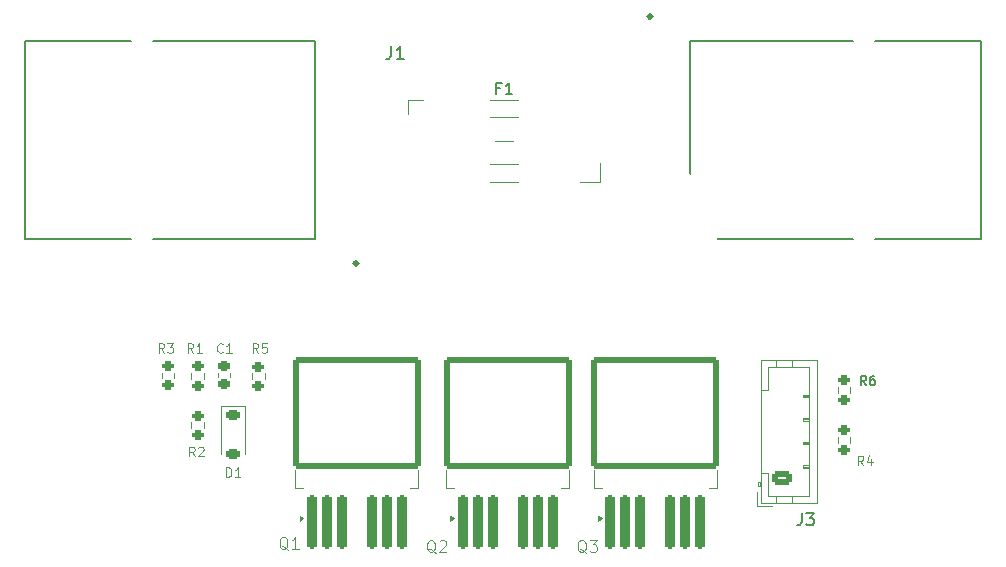
<source format=gbr>
%TF.GenerationSoftware,KiCad,Pcbnew,8.0.5*%
%TF.CreationDate,2025-05-09T00:08:28-04:00*%
%TF.ProjectId,precharge-electrium-f24,70726563-6861-4726-9765-2d656c656374,rev?*%
%TF.SameCoordinates,Original*%
%TF.FileFunction,Legend,Top*%
%TF.FilePolarity,Positive*%
%FSLAX46Y46*%
G04 Gerber Fmt 4.6, Leading zero omitted, Abs format (unit mm)*
G04 Created by KiCad (PCBNEW 8.0.5) date 2025-05-09 00:08:28*
%MOMM*%
%LPD*%
G01*
G04 APERTURE LIST*
G04 Aperture macros list*
%AMRoundRect*
0 Rectangle with rounded corners*
0 $1 Rounding radius*
0 $2 $3 $4 $5 $6 $7 $8 $9 X,Y pos of 4 corners*
0 Add a 4 corners polygon primitive as box body*
4,1,4,$2,$3,$4,$5,$6,$7,$8,$9,$2,$3,0*
0 Add four circle primitives for the rounded corners*
1,1,$1+$1,$2,$3*
1,1,$1+$1,$4,$5*
1,1,$1+$1,$6,$7*
1,1,$1+$1,$8,$9*
0 Add four rect primitives between the rounded corners*
20,1,$1+$1,$2,$3,$4,$5,0*
20,1,$1+$1,$4,$5,$6,$7,0*
20,1,$1+$1,$6,$7,$8,$9,0*
20,1,$1+$1,$8,$9,$2,$3,0*%
G04 Aperture macros list end*
%ADD10C,0.100000*%
%ADD11C,0.150000*%
%ADD12C,0.120000*%
%ADD13C,0.127000*%
%ADD14C,0.300000*%
%ADD15RoundRect,0.200000X-0.275000X0.200000X-0.275000X-0.200000X0.275000X-0.200000X0.275000X0.200000X0*%
%ADD16RoundRect,0.200000X0.200000X-2.100000X0.200000X2.100000X-0.200000X2.100000X-0.200000X-2.100000X0*%
%ADD17RoundRect,0.250002X5.149998X-4.449998X5.149998X4.449998X-5.149998X4.449998X-5.149998X-4.449998X0*%
%ADD18RoundRect,0.225000X-0.375000X0.225000X-0.375000X-0.225000X0.375000X-0.225000X0.375000X0.225000X0*%
%ADD19C,2.780000*%
%ADD20RoundRect,0.250000X0.625000X-0.350000X0.625000X0.350000X-0.625000X0.350000X-0.625000X-0.350000X0*%
%ADD21O,1.750000X1.200000*%
%ADD22O,3.474000X6.744000*%
%ADD23C,5.790000*%
%ADD24C,2.004000*%
%ADD25RoundRect,0.225000X-0.250000X0.225000X-0.250000X-0.225000X0.250000X-0.225000X0.250000X0.225000X0*%
G04 APERTURE END LIST*
D10*
X120916667Y-123864895D02*
X120650000Y-123483942D01*
X120459524Y-123864895D02*
X120459524Y-123064895D01*
X120459524Y-123064895D02*
X120764286Y-123064895D01*
X120764286Y-123064895D02*
X120840476Y-123102990D01*
X120840476Y-123102990D02*
X120878571Y-123141085D01*
X120878571Y-123141085D02*
X120916667Y-123217276D01*
X120916667Y-123217276D02*
X120916667Y-123331561D01*
X120916667Y-123331561D02*
X120878571Y-123407752D01*
X120878571Y-123407752D02*
X120840476Y-123445847D01*
X120840476Y-123445847D02*
X120764286Y-123483942D01*
X120764286Y-123483942D02*
X120459524Y-123483942D01*
X121183333Y-123064895D02*
X121678571Y-123064895D01*
X121678571Y-123064895D02*
X121411905Y-123369657D01*
X121411905Y-123369657D02*
X121526190Y-123369657D01*
X121526190Y-123369657D02*
X121602381Y-123407752D01*
X121602381Y-123407752D02*
X121640476Y-123445847D01*
X121640476Y-123445847D02*
X121678571Y-123522038D01*
X121678571Y-123522038D02*
X121678571Y-123712514D01*
X121678571Y-123712514D02*
X121640476Y-123788704D01*
X121640476Y-123788704D02*
X121602381Y-123826800D01*
X121602381Y-123826800D02*
X121526190Y-123864895D01*
X121526190Y-123864895D02*
X121297619Y-123864895D01*
X121297619Y-123864895D02*
X121221428Y-123826800D01*
X121221428Y-123826800D02*
X121183333Y-123788704D01*
X131404761Y-140552657D02*
X131309523Y-140505038D01*
X131309523Y-140505038D02*
X131214285Y-140409800D01*
X131214285Y-140409800D02*
X131071428Y-140266942D01*
X131071428Y-140266942D02*
X130976190Y-140219323D01*
X130976190Y-140219323D02*
X130880952Y-140219323D01*
X130928571Y-140457419D02*
X130833333Y-140409800D01*
X130833333Y-140409800D02*
X130738095Y-140314561D01*
X130738095Y-140314561D02*
X130690476Y-140124085D01*
X130690476Y-140124085D02*
X130690476Y-139790752D01*
X130690476Y-139790752D02*
X130738095Y-139600276D01*
X130738095Y-139600276D02*
X130833333Y-139505038D01*
X130833333Y-139505038D02*
X130928571Y-139457419D01*
X130928571Y-139457419D02*
X131119047Y-139457419D01*
X131119047Y-139457419D02*
X131214285Y-139505038D01*
X131214285Y-139505038D02*
X131309523Y-139600276D01*
X131309523Y-139600276D02*
X131357142Y-139790752D01*
X131357142Y-139790752D02*
X131357142Y-140124085D01*
X131357142Y-140124085D02*
X131309523Y-140314561D01*
X131309523Y-140314561D02*
X131214285Y-140409800D01*
X131214285Y-140409800D02*
X131119047Y-140457419D01*
X131119047Y-140457419D02*
X130928571Y-140457419D01*
X132309523Y-140457419D02*
X131738095Y-140457419D01*
X132023809Y-140457419D02*
X132023809Y-139457419D01*
X132023809Y-139457419D02*
X131928571Y-139600276D01*
X131928571Y-139600276D02*
X131833333Y-139695514D01*
X131833333Y-139695514D02*
X131738095Y-139743133D01*
X126159524Y-134364895D02*
X126159524Y-133564895D01*
X126159524Y-133564895D02*
X126350000Y-133564895D01*
X126350000Y-133564895D02*
X126464286Y-133602990D01*
X126464286Y-133602990D02*
X126540476Y-133679180D01*
X126540476Y-133679180D02*
X126578571Y-133755371D01*
X126578571Y-133755371D02*
X126616667Y-133907752D01*
X126616667Y-133907752D02*
X126616667Y-134022038D01*
X126616667Y-134022038D02*
X126578571Y-134174419D01*
X126578571Y-134174419D02*
X126540476Y-134250609D01*
X126540476Y-134250609D02*
X126464286Y-134326800D01*
X126464286Y-134326800D02*
X126350000Y-134364895D01*
X126350000Y-134364895D02*
X126159524Y-134364895D01*
X127378571Y-134364895D02*
X126921428Y-134364895D01*
X127150000Y-134364895D02*
X127150000Y-133564895D01*
X127150000Y-133564895D02*
X127073809Y-133679180D01*
X127073809Y-133679180D02*
X126997619Y-133755371D01*
X126997619Y-133755371D02*
X126921428Y-133793466D01*
X143904761Y-140802657D02*
X143809523Y-140755038D01*
X143809523Y-140755038D02*
X143714285Y-140659800D01*
X143714285Y-140659800D02*
X143571428Y-140516942D01*
X143571428Y-140516942D02*
X143476190Y-140469323D01*
X143476190Y-140469323D02*
X143380952Y-140469323D01*
X143428571Y-140707419D02*
X143333333Y-140659800D01*
X143333333Y-140659800D02*
X143238095Y-140564561D01*
X143238095Y-140564561D02*
X143190476Y-140374085D01*
X143190476Y-140374085D02*
X143190476Y-140040752D01*
X143190476Y-140040752D02*
X143238095Y-139850276D01*
X143238095Y-139850276D02*
X143333333Y-139755038D01*
X143333333Y-139755038D02*
X143428571Y-139707419D01*
X143428571Y-139707419D02*
X143619047Y-139707419D01*
X143619047Y-139707419D02*
X143714285Y-139755038D01*
X143714285Y-139755038D02*
X143809523Y-139850276D01*
X143809523Y-139850276D02*
X143857142Y-140040752D01*
X143857142Y-140040752D02*
X143857142Y-140374085D01*
X143857142Y-140374085D02*
X143809523Y-140564561D01*
X143809523Y-140564561D02*
X143714285Y-140659800D01*
X143714285Y-140659800D02*
X143619047Y-140707419D01*
X143619047Y-140707419D02*
X143428571Y-140707419D01*
X144238095Y-139802657D02*
X144285714Y-139755038D01*
X144285714Y-139755038D02*
X144380952Y-139707419D01*
X144380952Y-139707419D02*
X144619047Y-139707419D01*
X144619047Y-139707419D02*
X144714285Y-139755038D01*
X144714285Y-139755038D02*
X144761904Y-139802657D01*
X144761904Y-139802657D02*
X144809523Y-139897895D01*
X144809523Y-139897895D02*
X144809523Y-139993133D01*
X144809523Y-139993133D02*
X144761904Y-140135990D01*
X144761904Y-140135990D02*
X144190476Y-140707419D01*
X144190476Y-140707419D02*
X144809523Y-140707419D01*
D11*
X149366666Y-101461009D02*
X149033333Y-101461009D01*
X149033333Y-101984819D02*
X149033333Y-100984819D01*
X149033333Y-100984819D02*
X149509523Y-100984819D01*
X150414285Y-101984819D02*
X149842857Y-101984819D01*
X150128571Y-101984819D02*
X150128571Y-100984819D01*
X150128571Y-100984819D02*
X150033333Y-101127676D01*
X150033333Y-101127676D02*
X149938095Y-101222914D01*
X149938095Y-101222914D02*
X149842857Y-101270533D01*
X174916666Y-137454819D02*
X174916666Y-138169104D01*
X174916666Y-138169104D02*
X174869047Y-138311961D01*
X174869047Y-138311961D02*
X174773809Y-138407200D01*
X174773809Y-138407200D02*
X174630952Y-138454819D01*
X174630952Y-138454819D02*
X174535714Y-138454819D01*
X175297619Y-137454819D02*
X175916666Y-137454819D01*
X175916666Y-137454819D02*
X175583333Y-137835771D01*
X175583333Y-137835771D02*
X175726190Y-137835771D01*
X175726190Y-137835771D02*
X175821428Y-137883390D01*
X175821428Y-137883390D02*
X175869047Y-137931009D01*
X175869047Y-137931009D02*
X175916666Y-138026247D01*
X175916666Y-138026247D02*
X175916666Y-138264342D01*
X175916666Y-138264342D02*
X175869047Y-138359580D01*
X175869047Y-138359580D02*
X175821428Y-138407200D01*
X175821428Y-138407200D02*
X175726190Y-138454819D01*
X175726190Y-138454819D02*
X175440476Y-138454819D01*
X175440476Y-138454819D02*
X175345238Y-138407200D01*
X175345238Y-138407200D02*
X175297619Y-138359580D01*
D10*
X123366667Y-123864895D02*
X123100000Y-123483942D01*
X122909524Y-123864895D02*
X122909524Y-123064895D01*
X122909524Y-123064895D02*
X123214286Y-123064895D01*
X123214286Y-123064895D02*
X123290476Y-123102990D01*
X123290476Y-123102990D02*
X123328571Y-123141085D01*
X123328571Y-123141085D02*
X123366667Y-123217276D01*
X123366667Y-123217276D02*
X123366667Y-123331561D01*
X123366667Y-123331561D02*
X123328571Y-123407752D01*
X123328571Y-123407752D02*
X123290476Y-123445847D01*
X123290476Y-123445847D02*
X123214286Y-123483942D01*
X123214286Y-123483942D02*
X122909524Y-123483942D01*
X124128571Y-123864895D02*
X123671428Y-123864895D01*
X123900000Y-123864895D02*
X123900000Y-123064895D01*
X123900000Y-123064895D02*
X123823809Y-123179180D01*
X123823809Y-123179180D02*
X123747619Y-123255371D01*
X123747619Y-123255371D02*
X123671428Y-123293466D01*
X180116667Y-133364895D02*
X179850000Y-132983942D01*
X179659524Y-133364895D02*
X179659524Y-132564895D01*
X179659524Y-132564895D02*
X179964286Y-132564895D01*
X179964286Y-132564895D02*
X180040476Y-132602990D01*
X180040476Y-132602990D02*
X180078571Y-132641085D01*
X180078571Y-132641085D02*
X180116667Y-132717276D01*
X180116667Y-132717276D02*
X180116667Y-132831561D01*
X180116667Y-132831561D02*
X180078571Y-132907752D01*
X180078571Y-132907752D02*
X180040476Y-132945847D01*
X180040476Y-132945847D02*
X179964286Y-132983942D01*
X179964286Y-132983942D02*
X179659524Y-132983942D01*
X180802381Y-132831561D02*
X180802381Y-133364895D01*
X180611905Y-132526800D02*
X180421428Y-133098228D01*
X180421428Y-133098228D02*
X180916667Y-133098228D01*
D11*
X140126666Y-97890333D02*
X140126666Y-98690333D01*
X140126666Y-98690333D02*
X140073333Y-98850333D01*
X140073333Y-98850333D02*
X139966666Y-98957000D01*
X139966666Y-98957000D02*
X139806666Y-99010333D01*
X139806666Y-99010333D02*
X139700000Y-99010333D01*
X141246666Y-99010333D02*
X140606666Y-99010333D01*
X140926666Y-99010333D02*
X140926666Y-97890333D01*
X140926666Y-97890333D02*
X140819999Y-98050333D01*
X140819999Y-98050333D02*
X140713333Y-98157000D01*
X140713333Y-98157000D02*
X140606666Y-98210333D01*
D10*
X128866667Y-123864895D02*
X128600000Y-123483942D01*
X128409524Y-123864895D02*
X128409524Y-123064895D01*
X128409524Y-123064895D02*
X128714286Y-123064895D01*
X128714286Y-123064895D02*
X128790476Y-123102990D01*
X128790476Y-123102990D02*
X128828571Y-123141085D01*
X128828571Y-123141085D02*
X128866667Y-123217276D01*
X128866667Y-123217276D02*
X128866667Y-123331561D01*
X128866667Y-123331561D02*
X128828571Y-123407752D01*
X128828571Y-123407752D02*
X128790476Y-123445847D01*
X128790476Y-123445847D02*
X128714286Y-123483942D01*
X128714286Y-123483942D02*
X128409524Y-123483942D01*
X129590476Y-123064895D02*
X129209524Y-123064895D01*
X129209524Y-123064895D02*
X129171428Y-123445847D01*
X129171428Y-123445847D02*
X129209524Y-123407752D01*
X129209524Y-123407752D02*
X129285714Y-123369657D01*
X129285714Y-123369657D02*
X129476190Y-123369657D01*
X129476190Y-123369657D02*
X129552381Y-123407752D01*
X129552381Y-123407752D02*
X129590476Y-123445847D01*
X129590476Y-123445847D02*
X129628571Y-123522038D01*
X129628571Y-123522038D02*
X129628571Y-123712514D01*
X129628571Y-123712514D02*
X129590476Y-123788704D01*
X129590476Y-123788704D02*
X129552381Y-123826800D01*
X129552381Y-123826800D02*
X129476190Y-123864895D01*
X129476190Y-123864895D02*
X129285714Y-123864895D01*
X129285714Y-123864895D02*
X129209524Y-123826800D01*
X129209524Y-123826800D02*
X129171428Y-123788704D01*
X125866667Y-123788704D02*
X125828571Y-123826800D01*
X125828571Y-123826800D02*
X125714286Y-123864895D01*
X125714286Y-123864895D02*
X125638095Y-123864895D01*
X125638095Y-123864895D02*
X125523809Y-123826800D01*
X125523809Y-123826800D02*
X125447619Y-123750609D01*
X125447619Y-123750609D02*
X125409524Y-123674419D01*
X125409524Y-123674419D02*
X125371428Y-123522038D01*
X125371428Y-123522038D02*
X125371428Y-123407752D01*
X125371428Y-123407752D02*
X125409524Y-123255371D01*
X125409524Y-123255371D02*
X125447619Y-123179180D01*
X125447619Y-123179180D02*
X125523809Y-123102990D01*
X125523809Y-123102990D02*
X125638095Y-123064895D01*
X125638095Y-123064895D02*
X125714286Y-123064895D01*
X125714286Y-123064895D02*
X125828571Y-123102990D01*
X125828571Y-123102990D02*
X125866667Y-123141085D01*
X126628571Y-123864895D02*
X126171428Y-123864895D01*
X126400000Y-123864895D02*
X126400000Y-123064895D01*
X126400000Y-123064895D02*
X126323809Y-123179180D01*
X126323809Y-123179180D02*
X126247619Y-123255371D01*
X126247619Y-123255371D02*
X126171428Y-123293466D01*
X123516667Y-132614895D02*
X123250000Y-132233942D01*
X123059524Y-132614895D02*
X123059524Y-131814895D01*
X123059524Y-131814895D02*
X123364286Y-131814895D01*
X123364286Y-131814895D02*
X123440476Y-131852990D01*
X123440476Y-131852990D02*
X123478571Y-131891085D01*
X123478571Y-131891085D02*
X123516667Y-131967276D01*
X123516667Y-131967276D02*
X123516667Y-132081561D01*
X123516667Y-132081561D02*
X123478571Y-132157752D01*
X123478571Y-132157752D02*
X123440476Y-132195847D01*
X123440476Y-132195847D02*
X123364286Y-132233942D01*
X123364286Y-132233942D02*
X123059524Y-132233942D01*
X123821428Y-131891085D02*
X123859524Y-131852990D01*
X123859524Y-131852990D02*
X123935714Y-131814895D01*
X123935714Y-131814895D02*
X124126190Y-131814895D01*
X124126190Y-131814895D02*
X124202381Y-131852990D01*
X124202381Y-131852990D02*
X124240476Y-131891085D01*
X124240476Y-131891085D02*
X124278571Y-131967276D01*
X124278571Y-131967276D02*
X124278571Y-132043466D01*
X124278571Y-132043466D02*
X124240476Y-132157752D01*
X124240476Y-132157752D02*
X123783333Y-132614895D01*
X123783333Y-132614895D02*
X124278571Y-132614895D01*
D11*
X157991666Y-97890333D02*
X157991666Y-98690333D01*
X157991666Y-98690333D02*
X157938333Y-98850333D01*
X157938333Y-98850333D02*
X157831666Y-98957000D01*
X157831666Y-98957000D02*
X157671666Y-99010333D01*
X157671666Y-99010333D02*
X157565000Y-99010333D01*
X158471666Y-97997000D02*
X158524999Y-97943666D01*
X158524999Y-97943666D02*
X158631666Y-97890333D01*
X158631666Y-97890333D02*
X158898333Y-97890333D01*
X158898333Y-97890333D02*
X159004999Y-97943666D01*
X159004999Y-97943666D02*
X159058333Y-97997000D01*
X159058333Y-97997000D02*
X159111666Y-98103666D01*
X159111666Y-98103666D02*
X159111666Y-98210333D01*
X159111666Y-98210333D02*
X159058333Y-98370333D01*
X159058333Y-98370333D02*
X158418333Y-99010333D01*
X158418333Y-99010333D02*
X159111666Y-99010333D01*
X180366667Y-126612295D02*
X180100000Y-126231342D01*
X179909524Y-126612295D02*
X179909524Y-125812295D01*
X179909524Y-125812295D02*
X180214286Y-125812295D01*
X180214286Y-125812295D02*
X180290476Y-125850390D01*
X180290476Y-125850390D02*
X180328571Y-125888485D01*
X180328571Y-125888485D02*
X180366667Y-125964676D01*
X180366667Y-125964676D02*
X180366667Y-126078961D01*
X180366667Y-126078961D02*
X180328571Y-126155152D01*
X180328571Y-126155152D02*
X180290476Y-126193247D01*
X180290476Y-126193247D02*
X180214286Y-126231342D01*
X180214286Y-126231342D02*
X179909524Y-126231342D01*
X181052381Y-125812295D02*
X180900000Y-125812295D01*
X180900000Y-125812295D02*
X180823809Y-125850390D01*
X180823809Y-125850390D02*
X180785714Y-125888485D01*
X180785714Y-125888485D02*
X180709524Y-126002771D01*
X180709524Y-126002771D02*
X180671428Y-126155152D01*
X180671428Y-126155152D02*
X180671428Y-126459914D01*
X180671428Y-126459914D02*
X180709524Y-126536104D01*
X180709524Y-126536104D02*
X180747619Y-126574200D01*
X180747619Y-126574200D02*
X180823809Y-126612295D01*
X180823809Y-126612295D02*
X180976190Y-126612295D01*
X180976190Y-126612295D02*
X181052381Y-126574200D01*
X181052381Y-126574200D02*
X181090476Y-126536104D01*
X181090476Y-126536104D02*
X181128571Y-126459914D01*
X181128571Y-126459914D02*
X181128571Y-126269438D01*
X181128571Y-126269438D02*
X181090476Y-126193247D01*
X181090476Y-126193247D02*
X181052381Y-126155152D01*
X181052381Y-126155152D02*
X180976190Y-126117057D01*
X180976190Y-126117057D02*
X180823809Y-126117057D01*
X180823809Y-126117057D02*
X180747619Y-126155152D01*
X180747619Y-126155152D02*
X180709524Y-126193247D01*
X180709524Y-126193247D02*
X180671428Y-126269438D01*
D10*
X156654761Y-140802657D02*
X156559523Y-140755038D01*
X156559523Y-140755038D02*
X156464285Y-140659800D01*
X156464285Y-140659800D02*
X156321428Y-140516942D01*
X156321428Y-140516942D02*
X156226190Y-140469323D01*
X156226190Y-140469323D02*
X156130952Y-140469323D01*
X156178571Y-140707419D02*
X156083333Y-140659800D01*
X156083333Y-140659800D02*
X155988095Y-140564561D01*
X155988095Y-140564561D02*
X155940476Y-140374085D01*
X155940476Y-140374085D02*
X155940476Y-140040752D01*
X155940476Y-140040752D02*
X155988095Y-139850276D01*
X155988095Y-139850276D02*
X156083333Y-139755038D01*
X156083333Y-139755038D02*
X156178571Y-139707419D01*
X156178571Y-139707419D02*
X156369047Y-139707419D01*
X156369047Y-139707419D02*
X156464285Y-139755038D01*
X156464285Y-139755038D02*
X156559523Y-139850276D01*
X156559523Y-139850276D02*
X156607142Y-140040752D01*
X156607142Y-140040752D02*
X156607142Y-140374085D01*
X156607142Y-140374085D02*
X156559523Y-140564561D01*
X156559523Y-140564561D02*
X156464285Y-140659800D01*
X156464285Y-140659800D02*
X156369047Y-140707419D01*
X156369047Y-140707419D02*
X156178571Y-140707419D01*
X156940476Y-139707419D02*
X157559523Y-139707419D01*
X157559523Y-139707419D02*
X157226190Y-140088371D01*
X157226190Y-140088371D02*
X157369047Y-140088371D01*
X157369047Y-140088371D02*
X157464285Y-140135990D01*
X157464285Y-140135990D02*
X157511904Y-140183609D01*
X157511904Y-140183609D02*
X157559523Y-140278847D01*
X157559523Y-140278847D02*
X157559523Y-140516942D01*
X157559523Y-140516942D02*
X157511904Y-140612180D01*
X157511904Y-140612180D02*
X157464285Y-140659800D01*
X157464285Y-140659800D02*
X157369047Y-140707419D01*
X157369047Y-140707419D02*
X157083333Y-140707419D01*
X157083333Y-140707419D02*
X156988095Y-140659800D01*
X156988095Y-140659800D02*
X156940476Y-140612180D01*
D12*
%TO.C,R3*%
X120727500Y-125562742D02*
X120727500Y-126037258D01*
X121772500Y-125562742D02*
X121772500Y-126037258D01*
%TO.C,Q1*%
X132025000Y-133825000D02*
X132025000Y-135325000D01*
X132025000Y-135325000D02*
X132715000Y-135325000D01*
X142425000Y-133825000D02*
X142425000Y-135325000D01*
X142425000Y-135325000D02*
X141735000Y-135325000D01*
X132715000Y-137887500D02*
X132385000Y-138127500D01*
X132385000Y-137647500D01*
X132715000Y-137887500D01*
G36*
X132715000Y-137887500D02*
G01*
X132385000Y-138127500D01*
X132385000Y-137647500D01*
X132715000Y-137887500D01*
G37*
%TO.C,D1*%
X125750000Y-128390000D02*
X125750000Y-132400000D01*
X127750000Y-128390000D02*
X125750000Y-128390000D01*
X127750000Y-128390000D02*
X127750000Y-132400000D01*
%TO.C,Q2*%
X144800000Y-133825000D02*
X144800000Y-135325000D01*
X144800000Y-135325000D02*
X145490000Y-135325000D01*
X155200000Y-133825000D02*
X155200000Y-135325000D01*
X155200000Y-135325000D02*
X154510000Y-135325000D01*
X145490000Y-137887500D02*
X145160000Y-138127500D01*
X145160000Y-137647500D01*
X145490000Y-137887500D01*
G36*
X145490000Y-137887500D02*
G01*
X145160000Y-138127500D01*
X145160000Y-137647500D01*
X145490000Y-137887500D01*
G37*
%TO.C,F1*%
X141600000Y-102430000D02*
X141600000Y-109370000D01*
X141600000Y-109370000D02*
X157800000Y-109370000D01*
X148100000Y-103900000D02*
X151300000Y-103900000D01*
X148950000Y-105900000D02*
X150450000Y-105900000D01*
X151300000Y-107900000D02*
X148100000Y-107900000D01*
X157800000Y-102430000D02*
X141600000Y-102430000D01*
X157800000Y-109370000D02*
X157800000Y-102430000D01*
%TO.C,J3*%
X171140000Y-135610000D02*
X171140000Y-136860000D01*
X171140000Y-136860000D02*
X172390000Y-136860000D01*
X171240000Y-134800000D02*
X171240000Y-135100000D01*
X171240000Y-135100000D02*
X171440000Y-135100000D01*
X171340000Y-134800000D02*
X171340000Y-135100000D01*
X171440000Y-124440000D02*
X171440000Y-136560000D01*
X171440000Y-134000000D02*
X172050000Y-134000000D01*
X171440000Y-134800000D02*
X171240000Y-134800000D01*
X171440000Y-136560000D02*
X176160000Y-136560000D01*
X172050000Y-125050000D02*
X172050000Y-127000000D01*
X172050000Y-127000000D02*
X171440000Y-127000000D01*
X172050000Y-134000000D02*
X172050000Y-135950000D01*
X172050000Y-135950000D02*
X175550000Y-135950000D01*
X172750000Y-124440000D02*
X172750000Y-125050000D01*
X172750000Y-136560000D02*
X172750000Y-135950000D01*
X174050000Y-124440000D02*
X174050000Y-125050000D01*
X174050000Y-136560000D02*
X174050000Y-135950000D01*
X175050000Y-127400000D02*
X175550000Y-127400000D01*
X175050000Y-127600000D02*
X175050000Y-127400000D01*
X175050000Y-129400000D02*
X175550000Y-129400000D01*
X175050000Y-129600000D02*
X175050000Y-129400000D01*
X175050000Y-131400000D02*
X175550000Y-131400000D01*
X175050000Y-131600000D02*
X175050000Y-131400000D01*
X175050000Y-133400000D02*
X175550000Y-133400000D01*
X175050000Y-133600000D02*
X175050000Y-133400000D01*
X175550000Y-125050000D02*
X172050000Y-125050000D01*
X175550000Y-127500000D02*
X175050000Y-127500000D01*
X175550000Y-127600000D02*
X175050000Y-127600000D01*
X175550000Y-129500000D02*
X175050000Y-129500000D01*
X175550000Y-129600000D02*
X175050000Y-129600000D01*
X175550000Y-131500000D02*
X175050000Y-131500000D01*
X175550000Y-131600000D02*
X175050000Y-131600000D01*
X175550000Y-133500000D02*
X175050000Y-133500000D01*
X175550000Y-133600000D02*
X175050000Y-133600000D01*
X175550000Y-135950000D02*
X175550000Y-125050000D01*
X176160000Y-124440000D02*
X171440000Y-124440000D01*
X176160000Y-136560000D02*
X176160000Y-124440000D01*
%TO.C,R1*%
X123227500Y-125587742D02*
X123227500Y-126062258D01*
X124272500Y-125587742D02*
X124272500Y-126062258D01*
%TO.C,R4*%
X177977500Y-131012742D02*
X177977500Y-131487258D01*
X179022500Y-131012742D02*
X179022500Y-131487258D01*
D13*
%TO.C,J1*%
X109115000Y-114245000D02*
X109115000Y-97445000D01*
X118105000Y-97445000D02*
X109115000Y-97445000D01*
X118105000Y-114245000D02*
X109115000Y-114245000D01*
X133715000Y-97445000D02*
X119955000Y-97445000D01*
X133715000Y-97445000D02*
X133715000Y-114245000D01*
X133715000Y-114245000D02*
X119955000Y-114245000D01*
D14*
X137305000Y-116295000D02*
G75*
G02*
X137005000Y-116295000I-150000J0D01*
G01*
X137005000Y-116295000D02*
G75*
G02*
X137305000Y-116295000I150000J0D01*
G01*
D12*
%TO.C,R5*%
X128377500Y-125612742D02*
X128377500Y-126087258D01*
X129422500Y-125612742D02*
X129422500Y-126087258D01*
%TO.C,C1*%
X125490000Y-125609420D02*
X125490000Y-125890580D01*
X126510000Y-125609420D02*
X126510000Y-125890580D01*
%TO.C,R2*%
X123227500Y-129762742D02*
X123227500Y-130237258D01*
X124272500Y-129762742D02*
X124272500Y-130237258D01*
D13*
%TO.C,J2*%
X165485000Y-97445000D02*
X179245000Y-97445000D01*
X165485000Y-114245000D02*
X165485000Y-97445000D01*
X165485000Y-114245000D02*
X179245000Y-114245000D01*
X181095000Y-97445000D02*
X190085000Y-97445000D01*
X181095000Y-114245000D02*
X190085000Y-114245000D01*
X190085000Y-97445000D02*
X190085000Y-114245000D01*
D14*
X162195000Y-95395000D02*
G75*
G02*
X161895000Y-95395000I-150000J0D01*
G01*
X161895000Y-95395000D02*
G75*
G02*
X162195000Y-95395000I150000J0D01*
G01*
D12*
%TO.C,R6*%
X177977500Y-126762742D02*
X177977500Y-127237258D01*
X179022500Y-126762742D02*
X179022500Y-127237258D01*
%TO.C,Q3*%
X157300000Y-133825000D02*
X157300000Y-135325000D01*
X157300000Y-135325000D02*
X157990000Y-135325000D01*
X167700000Y-133825000D02*
X167700000Y-135325000D01*
X167700000Y-135325000D02*
X167010000Y-135325000D01*
X157990000Y-137887500D02*
X157660000Y-138127500D01*
X157660000Y-137647500D01*
X157990000Y-137887500D01*
G36*
X157990000Y-137887500D02*
G01*
X157660000Y-138127500D01*
X157660000Y-137647500D01*
X157990000Y-137887500D01*
G37*
%TD*%
%LPC*%
D15*
%TO.C,R3*%
X121250000Y-124975000D03*
X121250000Y-126625000D03*
%TD*%
D16*
%TO.C,Q1*%
X133415000Y-138150000D03*
X134685000Y-138150000D03*
X135955000Y-138150000D03*
D17*
X137225000Y-129000000D03*
D16*
X138495000Y-138150000D03*
X139765000Y-138150000D03*
X141035000Y-138150000D03*
%TD*%
D18*
%TO.C,D1*%
X126750000Y-129100000D03*
X126750000Y-132400000D03*
%TD*%
D16*
%TO.C,Q2*%
X146190000Y-138150000D03*
X147460000Y-138150000D03*
X148730000Y-138150000D03*
D17*
X150000000Y-129000000D03*
D16*
X151270000Y-138150000D03*
X152540000Y-138150000D03*
X153810000Y-138150000D03*
%TD*%
D19*
%TO.C,F1*%
X144740000Y-104200000D03*
X144740000Y-107600000D03*
X154660000Y-104200000D03*
X154660000Y-107600000D03*
%TD*%
D20*
%TO.C,J3*%
X173250000Y-134500000D03*
D21*
X173250000Y-132500000D03*
X173250000Y-130500000D03*
X173250000Y-128500000D03*
X173250000Y-126500000D03*
%TD*%
D15*
%TO.C,R1*%
X123750000Y-125000000D03*
X123750000Y-126650000D03*
%TD*%
%TO.C,R4*%
X178500000Y-130425000D03*
X178500000Y-132075000D03*
%TD*%
D22*
%TO.C,J1*%
X137255000Y-109795000D03*
X137255000Y-101895000D03*
D23*
X126335000Y-118000000D03*
X126335000Y-93690000D03*
D24*
X119015000Y-113235000D03*
X119015000Y-98455000D03*
X119015000Y-106375000D03*
%TD*%
D15*
%TO.C,R5*%
X128900000Y-125025000D03*
X128900000Y-126675000D03*
%TD*%
D25*
%TO.C,C1*%
X126000000Y-124975000D03*
X126000000Y-126525000D03*
%TD*%
D15*
%TO.C,R2*%
X123750000Y-129175000D03*
X123750000Y-130825000D03*
%TD*%
D22*
%TO.C,J2*%
X161945000Y-101895000D03*
X161945000Y-109795000D03*
D23*
X172865000Y-93690000D03*
X172865000Y-118000000D03*
D24*
X180185000Y-98455000D03*
X180185000Y-113235000D03*
X180185000Y-105315000D03*
%TD*%
D15*
%TO.C,R6*%
X178500000Y-126175000D03*
X178500000Y-127825000D03*
%TD*%
D16*
%TO.C,Q3*%
X158690000Y-138150000D03*
X159960000Y-138150000D03*
X161230000Y-138150000D03*
D17*
X162500000Y-129000000D03*
D16*
X163770000Y-138150000D03*
X165040000Y-138150000D03*
X166310000Y-138150000D03*
%TD*%
G36*
X148443039Y-101269685D02*
G01*
X148488794Y-101322489D01*
X148500000Y-101374000D01*
X148500000Y-110446765D01*
X148480315Y-110513804D01*
X148461405Y-110536665D01*
X143535895Y-115215900D01*
X143473734Y-115247802D01*
X143450490Y-115250000D01*
X134374000Y-115250000D01*
X134306961Y-115230315D01*
X134261206Y-115177511D01*
X134250000Y-115126000D01*
X134250000Y-107624000D01*
X134269685Y-107556961D01*
X134322489Y-107511206D01*
X134374000Y-107500000D01*
X140000000Y-107500000D01*
X140000000Y-105303577D01*
X140019685Y-105236538D01*
X140039015Y-105213280D01*
X144214191Y-101283703D01*
X144276500Y-101252091D01*
X144299176Y-101250000D01*
X148376000Y-101250000D01*
X148443039Y-101269685D01*
G37*
G36*
X164693039Y-96769685D02*
G01*
X164738794Y-96822489D01*
X164750000Y-96874000D01*
X164750000Y-104126000D01*
X164730315Y-104193039D01*
X164677511Y-104238794D01*
X164626000Y-104250000D01*
X159750000Y-104250000D01*
X159750000Y-105946550D01*
X159730315Y-106013589D01*
X159711141Y-106036700D01*
X155285841Y-110216150D01*
X155223587Y-110247870D01*
X155200700Y-110250000D01*
X151124000Y-110250000D01*
X151056961Y-110230315D01*
X151011206Y-110177511D01*
X151000000Y-110126000D01*
X151000000Y-101053449D01*
X151019685Y-100986410D01*
X151038859Y-100963299D01*
X155464159Y-96783850D01*
X155526413Y-96752130D01*
X155549300Y-96750000D01*
X164626000Y-96750000D01*
X164693039Y-96769685D01*
G37*
G36*
X165515677Y-108769685D02*
G01*
X165536319Y-108786319D01*
X167713681Y-110963681D01*
X167747166Y-111025004D01*
X167750000Y-111051362D01*
X167750000Y-122376000D01*
X167730315Y-122443039D01*
X167677511Y-122488794D01*
X167626000Y-122500000D01*
X140554539Y-122500000D01*
X140487500Y-122480315D01*
X140441745Y-122427511D01*
X140431801Y-122358353D01*
X140460826Y-122294797D01*
X140467920Y-122287269D01*
X150713871Y-112285269D01*
X150775594Y-112252525D01*
X150800490Y-112250000D01*
X156500000Y-112250000D01*
X156500000Y-112249999D01*
X159963681Y-108786319D01*
X160025004Y-108752834D01*
X160051362Y-108750000D01*
X165448638Y-108750000D01*
X165515677Y-108769685D01*
G37*
%LPD*%
M02*

</source>
